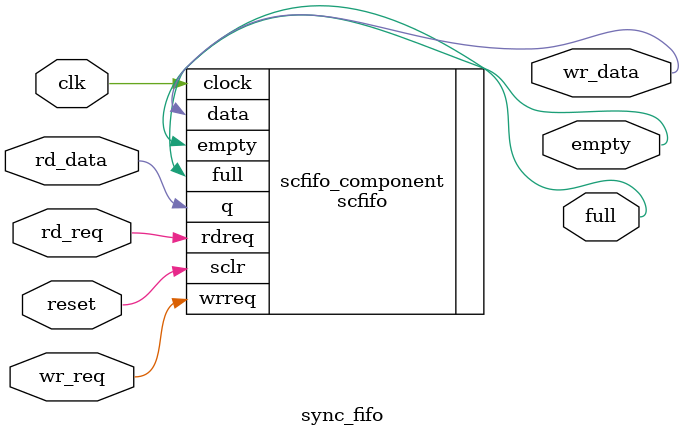
<source format=v>
`timescale 1 ps / 1 ps
module sync_fifo (
    input                     clk,
    input                     reset,
    output wire               empty,
    output wire               full,
    input                     wr_req,
    output wire [(WIDTH-1):0] wr_data,
    input                     rd_req,
    input [(WIDTH-1):0]       rd_data);

   parameter WIDTH = 1;
   parameter DEPTH = 1;
   
   scfifo scfifo_component(.clock(clk),
			   .sclr(reset),
			   .empty(empty),
			   .full(full),
			   .wrreq(wr_req),
			   .data(wr_data),
			   .rdreq(rd_req),
			   .q(rd_data)
			   // synopsys translate_off
			   ,
			   .aclr (),
			   .almost_empty (),
			   .almost_full (),
			   .usedw ()
			   // synopsys translate_on
			   );
   defparam scfifo_component.add_ram_output_register = "OFF",
	    scfifo_component.intended_device_family = "Cyclone II",
	    scfifo_component.lpm_hint = "RAM_BLOCK_TYPE=M4K",
	    scfifo_component.lpm_numwords = DEPTH,
	    scfifo_component.lpm_showahead = "ON",
	    scfifo_component.lpm_type = "scfifo",
	    scfifo_component.lpm_width = WIDTH,
	    scfifo_component.lpm_widthu = 2,
	    scfifo_component.overflow_checking = "ON",
	    scfifo_component.underflow_checking = "ON",
	    scfifo_component.use_eab = "ON";
endmodule
</source>
